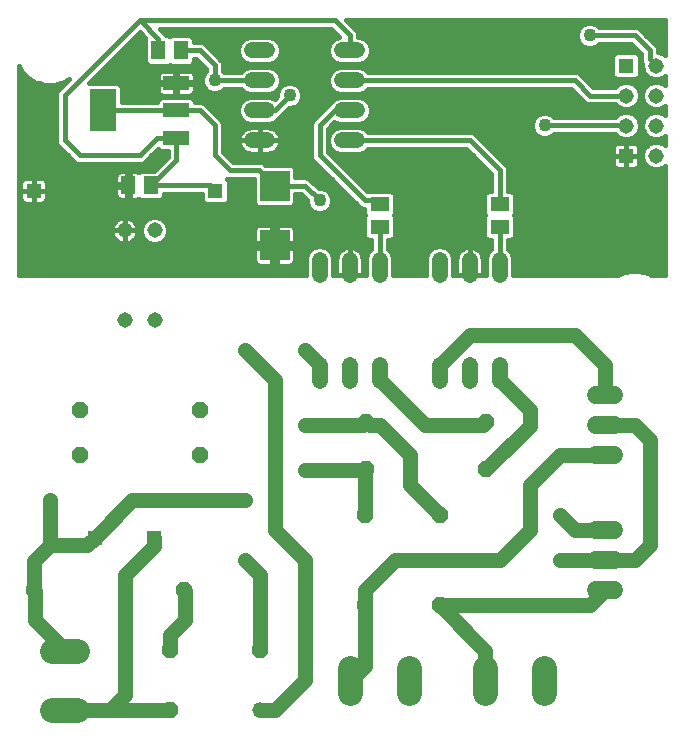
<source format=gbl>
G75*
%MOIN*%
%OFA0B0*%
%FSLAX25Y25*%
%IPPOS*%
%LPD*%
%AMOC8*
5,1,8,0,0,1.08239X$1,22.5*
%
%ADD10C,0.05200*%
%ADD11OC8,0.05200*%
%ADD12OC8,0.05600*%
%ADD13R,0.05150X0.05150*%
%ADD14C,0.05200*%
%ADD15C,0.05150*%
%ADD16R,0.05118X0.06299*%
%ADD17R,0.06299X0.05118*%
%ADD18R,0.08800X0.04800*%
%ADD19R,0.08661X0.14173*%
%ADD20R,0.05118X0.05906*%
%ADD21C,0.08250*%
%ADD22R,0.09843X0.10039*%
%ADD23C,0.06000*%
%ADD24C,0.05000*%
%ADD25C,0.04356*%
%ADD26C,0.01600*%
D10*
X0086800Y0015508D03*
D11*
X0086800Y0035508D03*
X0061485Y0055586D03*
X0056800Y0035508D03*
X0056800Y0015508D03*
X0011485Y0055586D03*
X0026800Y0100508D03*
X0026800Y0115508D03*
X0066800Y0115508D03*
X0066800Y0100508D03*
X0122430Y0095980D03*
X0122351Y0111689D03*
X0162351Y0111689D03*
X0162430Y0095980D03*
D12*
X0146800Y0080508D03*
X0121800Y0080508D03*
X0121800Y0050508D03*
X0146800Y0050508D03*
D13*
X0051643Y0073027D03*
X0031957Y0073027D03*
X0011485Y0188775D03*
X0072115Y0188775D03*
X0208995Y0200449D03*
X0208995Y0230449D03*
D14*
X0166800Y0165708D02*
X0166800Y0160508D01*
X0156800Y0160508D02*
X0156800Y0165708D01*
X0146800Y0165708D02*
X0146800Y0160508D01*
X0126800Y0160508D02*
X0126800Y0165708D01*
X0116800Y0165708D02*
X0116800Y0160508D01*
X0106800Y0160508D02*
X0106800Y0165708D01*
X0106800Y0130508D02*
X0106800Y0125308D01*
X0116800Y0125308D02*
X0116800Y0130508D01*
X0126800Y0130508D02*
X0126800Y0125308D01*
X0146800Y0125308D02*
X0146800Y0130508D01*
X0156800Y0130508D02*
X0156800Y0125308D01*
X0166800Y0125308D02*
X0166800Y0130508D01*
X0119400Y0205508D02*
X0114200Y0205508D01*
X0114200Y0215508D02*
X0119400Y0215508D01*
X0119400Y0225508D02*
X0114200Y0225508D01*
X0114200Y0235508D02*
X0119400Y0235508D01*
X0089400Y0235508D02*
X0084200Y0235508D01*
X0084200Y0225508D02*
X0089400Y0225508D01*
X0089400Y0215508D02*
X0084200Y0215508D01*
X0084200Y0205508D02*
X0089400Y0205508D01*
D15*
X0051800Y0175508D03*
X0041800Y0175508D03*
X0041800Y0145508D03*
X0051800Y0145508D03*
X0208995Y0210449D03*
X0208995Y0220449D03*
X0218995Y0220449D03*
X0218995Y0230449D03*
X0218995Y0210449D03*
X0218995Y0200449D03*
D16*
X0060540Y0235508D03*
X0053060Y0235508D03*
D17*
X0126800Y0184248D03*
X0126800Y0176767D03*
X0166800Y0176767D03*
X0166800Y0184248D03*
D18*
X0059000Y0206408D03*
X0059000Y0215508D03*
X0059000Y0224608D03*
D19*
X0034599Y0215508D03*
D20*
X0043060Y0190508D03*
X0050540Y0190508D03*
D21*
X0025925Y0015665D02*
X0017675Y0015665D01*
X0017675Y0035350D02*
X0025925Y0035350D01*
X0116957Y0029633D02*
X0116957Y0021383D01*
X0136643Y0021383D02*
X0136643Y0029633D01*
X0161957Y0029633D02*
X0161957Y0021383D01*
X0181643Y0021383D02*
X0181643Y0029633D01*
D22*
X0091800Y0170567D03*
X0091800Y0190449D03*
D23*
X0198800Y0120508D02*
X0204800Y0120508D01*
X0204800Y0110508D02*
X0198800Y0110508D01*
X0198800Y0100508D02*
X0204800Y0100508D01*
X0204800Y0075508D02*
X0198800Y0075508D01*
X0198800Y0065508D02*
X0204800Y0065508D01*
X0204800Y0055508D02*
X0198800Y0055508D01*
D24*
X0201800Y0055508D02*
X0196800Y0050508D01*
X0146800Y0050508D01*
X0161957Y0035350D01*
X0161957Y0025508D01*
X0166800Y0065508D02*
X0131800Y0065508D01*
X0121800Y0055508D01*
X0121800Y0050508D01*
X0121800Y0030350D01*
X0116957Y0025508D01*
X0101800Y0025508D02*
X0101800Y0065508D01*
X0091800Y0075508D01*
X0091800Y0125508D01*
X0081800Y0135508D01*
X0101800Y0135508D02*
X0106800Y0130508D01*
X0122351Y0111689D02*
X0123532Y0110508D01*
X0126800Y0110508D01*
X0136800Y0100508D01*
X0136800Y0090508D01*
X0146800Y0080508D01*
X0162430Y0095980D02*
X0176800Y0110350D01*
X0176800Y0115508D01*
X0166800Y0125508D01*
X0166800Y0130508D01*
X0156800Y0140508D02*
X0191800Y0140508D01*
X0201800Y0130508D01*
X0201800Y0120508D01*
X0201800Y0110508D02*
X0211800Y0110508D01*
X0216800Y0105508D01*
X0216800Y0070508D01*
X0211800Y0065508D01*
X0201800Y0065508D01*
X0186800Y0065508D01*
X0191800Y0075508D02*
X0201800Y0075508D01*
X0191800Y0075508D02*
X0186800Y0080508D01*
X0176800Y0075508D02*
X0176800Y0090508D01*
X0186800Y0100508D01*
X0201800Y0100508D01*
X0176800Y0075508D02*
X0166800Y0065508D01*
X0161170Y0110508D02*
X0141800Y0110508D01*
X0126800Y0125508D01*
X0126800Y0130508D01*
X0122351Y0111689D02*
X0121170Y0110508D01*
X0101800Y0110508D01*
X0101800Y0095508D02*
X0121800Y0095508D01*
X0121800Y0080508D01*
X0121957Y0095508D02*
X0121800Y0095508D01*
X0121957Y0095508D02*
X0122430Y0095980D01*
X0146800Y0130508D02*
X0156800Y0140508D01*
X0162351Y0111689D02*
X0161170Y0110508D01*
X0086800Y0060508D02*
X0086800Y0035508D01*
X0101800Y0025508D02*
X0091800Y0015508D01*
X0086800Y0015508D01*
X0061800Y0045508D02*
X0061800Y0055271D01*
X0061485Y0055586D01*
X0061800Y0045508D02*
X0056800Y0040508D01*
X0056800Y0035508D01*
X0041800Y0020665D02*
X0036800Y0015665D01*
X0056643Y0015665D01*
X0056800Y0015508D01*
X0041800Y0020665D02*
X0041800Y0060508D01*
X0051643Y0070350D01*
X0051643Y0073027D01*
X0044438Y0085508D02*
X0031957Y0073027D01*
X0029438Y0070508D01*
X0016800Y0070508D01*
X0016800Y0085508D01*
X0016800Y0070508D02*
X0011485Y0065193D01*
X0011485Y0055586D01*
X0011800Y0055271D01*
X0011800Y0045508D01*
X0021800Y0035508D01*
X0021800Y0035350D01*
X0021800Y0015665D02*
X0036800Y0015665D01*
X0081800Y0065508D02*
X0086800Y0060508D01*
X0081800Y0085508D02*
X0044438Y0085508D01*
D25*
X0016800Y0085508D03*
X0081800Y0085508D03*
X0081800Y0065508D03*
X0101800Y0095508D03*
X0101800Y0110508D03*
X0101800Y0135508D03*
X0081800Y0135508D03*
X0106800Y0185508D03*
X0096800Y0220508D03*
X0071800Y0225508D03*
X0181800Y0210508D03*
X0196800Y0240508D03*
X0186800Y0080508D03*
X0186800Y0065508D03*
D26*
X0171400Y0160508D02*
X0171400Y0166623D01*
X0170700Y0168313D01*
X0169600Y0169413D01*
X0169600Y0172208D01*
X0170778Y0172208D01*
X0171950Y0173380D01*
X0171950Y0180155D01*
X0171597Y0180508D01*
X0171950Y0180860D01*
X0171950Y0187635D01*
X0170778Y0188807D01*
X0169600Y0188807D01*
X0169600Y0196065D01*
X0169174Y0197094D01*
X0168386Y0197881D01*
X0158386Y0207881D01*
X0157357Y0208308D01*
X0123105Y0208308D01*
X0122006Y0209407D01*
X0120315Y0210108D01*
X0113285Y0210108D01*
X0111594Y0209407D01*
X0110300Y0208113D01*
X0109600Y0206423D01*
X0109600Y0204593D01*
X0110300Y0202902D01*
X0111594Y0201608D01*
X0113285Y0200908D01*
X0120315Y0200908D01*
X0122006Y0201608D01*
X0123105Y0202708D01*
X0155640Y0202708D01*
X0164000Y0194348D01*
X0164000Y0188807D01*
X0162822Y0188807D01*
X0161650Y0187635D01*
X0161650Y0180860D01*
X0162003Y0180508D01*
X0161650Y0180155D01*
X0161650Y0173380D01*
X0162822Y0172208D01*
X0164000Y0172208D01*
X0164000Y0169413D01*
X0162900Y0168313D01*
X0162200Y0166623D01*
X0162200Y0160508D01*
X0156800Y0160508D01*
X0156800Y0170108D01*
X0156454Y0170108D01*
X0155770Y0169999D01*
X0155111Y0169785D01*
X0154494Y0169471D01*
X0153934Y0169064D01*
X0153444Y0168574D01*
X0153037Y0168014D01*
X0152722Y0167397D01*
X0152508Y0166738D01*
X0152400Y0166054D01*
X0152400Y0160508D01*
X0156800Y0160508D01*
X0156800Y0160508D01*
X0156800Y0170108D01*
X0157146Y0170108D01*
X0157830Y0169999D01*
X0158489Y0169785D01*
X0159106Y0169471D01*
X0159666Y0169064D01*
X0160156Y0168574D01*
X0160563Y0168014D01*
X0160878Y0167397D01*
X0161092Y0166738D01*
X0161200Y0166054D01*
X0161200Y0160508D01*
X0156800Y0160508D01*
X0156800Y0160508D01*
X0156800Y0160508D01*
X0151400Y0160508D01*
X0151400Y0166623D01*
X0150700Y0168313D01*
X0149406Y0169607D01*
X0147715Y0170308D01*
X0145885Y0170308D01*
X0144194Y0169607D01*
X0142900Y0168313D01*
X0142200Y0166623D01*
X0142200Y0160508D01*
X0131400Y0160508D01*
X0131400Y0166623D01*
X0130700Y0168313D01*
X0129600Y0169413D01*
X0129600Y0172208D01*
X0130778Y0172208D01*
X0131950Y0173380D01*
X0131950Y0180155D01*
X0131597Y0180508D01*
X0131950Y0180860D01*
X0131950Y0187635D01*
X0130778Y0188807D01*
X0122822Y0188807D01*
X0122641Y0188626D01*
X0109600Y0201667D01*
X0109600Y0209348D01*
X0111782Y0211530D01*
X0113285Y0210908D01*
X0120315Y0210908D01*
X0122006Y0211608D01*
X0123300Y0212902D01*
X0124000Y0214593D01*
X0124000Y0216423D01*
X0123300Y0218113D01*
X0122006Y0219407D01*
X0120315Y0220108D01*
X0113285Y0220108D01*
X0111594Y0219407D01*
X0110300Y0218113D01*
X0110197Y0217865D01*
X0105214Y0212881D01*
X0104426Y0212094D01*
X0104000Y0211065D01*
X0104000Y0199951D01*
X0104426Y0198922D01*
X0119426Y0183922D01*
X0120214Y0183134D01*
X0121243Y0182708D01*
X0121650Y0182708D01*
X0121650Y0180860D01*
X0122003Y0180508D01*
X0121650Y0180155D01*
X0121650Y0173380D01*
X0122822Y0172208D01*
X0124000Y0172208D01*
X0124000Y0169413D01*
X0122900Y0168313D01*
X0122200Y0166623D01*
X0122200Y0160508D01*
X0116800Y0160508D01*
X0116800Y0170108D01*
X0116454Y0170108D01*
X0115770Y0169999D01*
X0115111Y0169785D01*
X0114494Y0169471D01*
X0113934Y0169064D01*
X0113444Y0168574D01*
X0113037Y0168014D01*
X0112722Y0167397D01*
X0112508Y0166738D01*
X0112400Y0166054D01*
X0112400Y0160508D01*
X0116800Y0160508D01*
X0116800Y0160508D01*
X0116800Y0170108D01*
X0117146Y0170108D01*
X0117830Y0169999D01*
X0118489Y0169785D01*
X0119106Y0169471D01*
X0119666Y0169064D01*
X0120156Y0168574D01*
X0120563Y0168014D01*
X0120878Y0167397D01*
X0121092Y0166738D01*
X0121200Y0166054D01*
X0121200Y0160508D01*
X0116800Y0160508D01*
X0116800Y0160508D01*
X0116800Y0160508D01*
X0111400Y0160508D01*
X0111400Y0166623D01*
X0110700Y0168313D01*
X0109406Y0169607D01*
X0107715Y0170308D01*
X0105885Y0170308D01*
X0104194Y0169607D01*
X0102900Y0168313D01*
X0102200Y0166623D01*
X0102200Y0160508D01*
X0006521Y0160508D01*
X0006521Y0230325D01*
X0007603Y0228451D01*
X0009743Y0226311D01*
X0012364Y0224798D01*
X0015287Y0224015D01*
X0018313Y0224015D01*
X0021236Y0224798D01*
X0023352Y0226020D01*
X0020214Y0222881D01*
X0019426Y0222094D01*
X0019000Y0221065D01*
X0019000Y0204951D01*
X0019426Y0203922D01*
X0020214Y0203134D01*
X0025214Y0198134D01*
X0026243Y0197708D01*
X0047357Y0197708D01*
X0048386Y0198134D01*
X0049174Y0198922D01*
X0053016Y0202763D01*
X0053772Y0202008D01*
X0056200Y0202008D01*
X0056200Y0200127D01*
X0051533Y0195460D01*
X0047153Y0195460D01*
X0046641Y0194949D01*
X0046314Y0195138D01*
X0045856Y0195260D01*
X0043539Y0195260D01*
X0043539Y0190987D01*
X0042580Y0190987D01*
X0042580Y0190028D01*
X0038701Y0190028D01*
X0038701Y0187318D01*
X0038823Y0186860D01*
X0039060Y0186450D01*
X0039396Y0186114D01*
X0039806Y0185877D01*
X0040264Y0185755D01*
X0042580Y0185755D01*
X0042580Y0190028D01*
X0043539Y0190028D01*
X0043539Y0185755D01*
X0045856Y0185755D01*
X0046314Y0185877D01*
X0046641Y0186066D01*
X0047153Y0185555D01*
X0053928Y0185555D01*
X0055099Y0186726D01*
X0055099Y0187708D01*
X0067540Y0187708D01*
X0067540Y0185372D01*
X0068712Y0184200D01*
X0075518Y0184200D01*
X0076690Y0185372D01*
X0076690Y0192179D01*
X0076102Y0192766D01*
X0076243Y0192708D01*
X0084879Y0192708D01*
X0084879Y0184600D01*
X0086050Y0183429D01*
X0097550Y0183429D01*
X0098721Y0184600D01*
X0098721Y0187649D01*
X0100699Y0187649D01*
X0102622Y0185726D01*
X0102622Y0184677D01*
X0103258Y0183141D01*
X0104433Y0181966D01*
X0105969Y0181330D01*
X0107631Y0181330D01*
X0109167Y0181966D01*
X0110342Y0183141D01*
X0110978Y0184677D01*
X0110978Y0186339D01*
X0110342Y0187874D01*
X0109167Y0189049D01*
X0107631Y0189686D01*
X0106582Y0189686D01*
X0103445Y0192822D01*
X0102416Y0193249D01*
X0098721Y0193249D01*
X0098721Y0196297D01*
X0097550Y0197468D01*
X0088740Y0197468D01*
X0088327Y0197881D01*
X0087298Y0198308D01*
X0077960Y0198308D01*
X0074600Y0201667D01*
X0074600Y0211065D01*
X0074174Y0212094D01*
X0073386Y0212881D01*
X0068386Y0217881D01*
X0067357Y0218308D01*
X0065400Y0218308D01*
X0065400Y0218736D01*
X0064228Y0219908D01*
X0053772Y0219908D01*
X0052600Y0218736D01*
X0052600Y0218308D01*
X0040930Y0218308D01*
X0040930Y0223423D01*
X0039758Y0224594D01*
X0029846Y0224594D01*
X0046800Y0241548D01*
X0048681Y0239666D01*
X0048501Y0239486D01*
X0048501Y0231530D01*
X0049672Y0230358D01*
X0056447Y0230358D01*
X0056800Y0230711D01*
X0057153Y0230358D01*
X0063928Y0230358D01*
X0065099Y0231530D01*
X0065099Y0232708D01*
X0065640Y0232708D01*
X0069000Y0229348D01*
X0069000Y0228616D01*
X0068258Y0227874D01*
X0067622Y0226339D01*
X0067622Y0224677D01*
X0068258Y0223141D01*
X0069433Y0221966D01*
X0070969Y0221330D01*
X0072631Y0221330D01*
X0074167Y0221966D01*
X0074909Y0222708D01*
X0080495Y0222708D01*
X0081594Y0221608D01*
X0083285Y0220908D01*
X0090315Y0220908D01*
X0092006Y0221608D01*
X0093248Y0222851D01*
X0092622Y0221339D01*
X0092622Y0220289D01*
X0091818Y0219485D01*
X0090315Y0220108D01*
X0083285Y0220108D01*
X0081594Y0219407D01*
X0080300Y0218113D01*
X0079600Y0216423D01*
X0079600Y0214593D01*
X0080300Y0212902D01*
X0081594Y0211608D01*
X0083285Y0210908D01*
X0090315Y0210908D01*
X0092006Y0211608D01*
X0093300Y0212902D01*
X0093403Y0213150D01*
X0096582Y0216330D01*
X0097631Y0216330D01*
X0099167Y0216966D01*
X0100342Y0218141D01*
X0100978Y0219677D01*
X0100978Y0221339D01*
X0100342Y0222874D01*
X0099167Y0224049D01*
X0097631Y0224686D01*
X0095969Y0224686D01*
X0094433Y0224049D01*
X0093309Y0222926D01*
X0094000Y0224593D01*
X0094000Y0226423D01*
X0093300Y0228113D01*
X0092006Y0229407D01*
X0090315Y0230108D01*
X0083285Y0230108D01*
X0081594Y0229407D01*
X0080495Y0228308D01*
X0074909Y0228308D01*
X0074600Y0228616D01*
X0074600Y0231065D01*
X0074174Y0232094D01*
X0068386Y0237881D01*
X0067357Y0238308D01*
X0065099Y0238308D01*
X0065099Y0239486D01*
X0063928Y0240657D01*
X0057153Y0240657D01*
X0056800Y0240304D01*
X0056447Y0240657D01*
X0055507Y0240657D01*
X0055434Y0240834D01*
X0053560Y0242708D01*
X0110640Y0242708D01*
X0113253Y0240094D01*
X0111594Y0239407D01*
X0110300Y0238113D01*
X0109600Y0236423D01*
X0109600Y0234593D01*
X0110300Y0232902D01*
X0111594Y0231608D01*
X0113285Y0230908D01*
X0120315Y0230908D01*
X0122006Y0231608D01*
X0123300Y0232902D01*
X0124000Y0234593D01*
X0124000Y0236423D01*
X0123300Y0238113D01*
X0122006Y0239407D01*
X0120315Y0240108D01*
X0119600Y0240108D01*
X0119600Y0241065D01*
X0119174Y0242094D01*
X0115579Y0245688D01*
X0222000Y0245707D01*
X0222000Y0233913D01*
X0221586Y0234327D01*
X0219905Y0235023D01*
X0219600Y0235023D01*
X0219600Y0236065D01*
X0219174Y0237094D01*
X0218386Y0237881D01*
X0213386Y0242881D01*
X0212357Y0243308D01*
X0199909Y0243308D01*
X0199167Y0244049D01*
X0197631Y0244686D01*
X0195969Y0244686D01*
X0194433Y0244049D01*
X0193258Y0242874D01*
X0192622Y0241339D01*
X0192622Y0239677D01*
X0193258Y0238141D01*
X0194433Y0236966D01*
X0195969Y0236330D01*
X0197631Y0236330D01*
X0199167Y0236966D01*
X0199909Y0237708D01*
X0210640Y0237708D01*
X0214000Y0234348D01*
X0214000Y0232086D01*
X0214420Y0231072D01*
X0214420Y0229539D01*
X0215117Y0227857D01*
X0216403Y0226570D01*
X0218085Y0225874D01*
X0219905Y0225874D01*
X0221586Y0226570D01*
X0222000Y0226984D01*
X0222000Y0223913D01*
X0221586Y0224327D01*
X0219905Y0225023D01*
X0218085Y0225023D01*
X0216403Y0224327D01*
X0215117Y0223040D01*
X0214420Y0221359D01*
X0214420Y0219539D01*
X0215117Y0217857D01*
X0216403Y0216570D01*
X0218085Y0215874D01*
X0219905Y0215874D01*
X0221586Y0216570D01*
X0222000Y0216984D01*
X0222000Y0213913D01*
X0221586Y0214327D01*
X0219905Y0215023D01*
X0218085Y0215023D01*
X0216403Y0214327D01*
X0215117Y0213040D01*
X0214420Y0211359D01*
X0214420Y0209539D01*
X0215117Y0207857D01*
X0216403Y0206570D01*
X0218085Y0205874D01*
X0219905Y0205874D01*
X0221586Y0206570D01*
X0222000Y0206984D01*
X0222000Y0203913D01*
X0221586Y0204327D01*
X0219905Y0205023D01*
X0218085Y0205023D01*
X0216403Y0204327D01*
X0215117Y0203040D01*
X0214420Y0201359D01*
X0214420Y0199539D01*
X0215117Y0197857D01*
X0216403Y0196570D01*
X0218085Y0195874D01*
X0219905Y0195874D01*
X0221586Y0196570D01*
X0222000Y0196984D01*
X0222000Y0160508D01*
X0217465Y0160508D01*
X0216236Y0161217D01*
X0213313Y0162000D01*
X0210287Y0162000D01*
X0207364Y0161217D01*
X0206135Y0160508D01*
X0171400Y0160508D01*
X0171400Y0160563D02*
X0206231Y0160563D01*
X0217369Y0160563D02*
X0222000Y0160563D01*
X0222000Y0162162D02*
X0171400Y0162162D01*
X0171400Y0163760D02*
X0222000Y0163760D01*
X0222000Y0165359D02*
X0171400Y0165359D01*
X0171261Y0166957D02*
X0222000Y0166957D01*
X0222000Y0168556D02*
X0170457Y0168556D01*
X0169600Y0170154D02*
X0222000Y0170154D01*
X0222000Y0171753D02*
X0169600Y0171753D01*
X0171921Y0173351D02*
X0222000Y0173351D01*
X0222000Y0174950D02*
X0171950Y0174950D01*
X0171950Y0176548D02*
X0222000Y0176548D01*
X0222000Y0178147D02*
X0171950Y0178147D01*
X0171950Y0179745D02*
X0222000Y0179745D01*
X0222000Y0181344D02*
X0171950Y0181344D01*
X0171950Y0182942D02*
X0222000Y0182942D01*
X0222000Y0184541D02*
X0171950Y0184541D01*
X0171950Y0186139D02*
X0222000Y0186139D01*
X0222000Y0187738D02*
X0171847Y0187738D01*
X0169600Y0189336D02*
X0222000Y0189336D01*
X0222000Y0190935D02*
X0169600Y0190935D01*
X0169600Y0192533D02*
X0222000Y0192533D01*
X0222000Y0194132D02*
X0169600Y0194132D01*
X0169600Y0195730D02*
X0222000Y0195730D01*
X0215645Y0197329D02*
X0213287Y0197329D01*
X0213247Y0197179D02*
X0213370Y0197637D01*
X0213370Y0200448D01*
X0208995Y0200448D01*
X0208995Y0196074D01*
X0211807Y0196074D01*
X0212264Y0196196D01*
X0212675Y0196433D01*
X0213010Y0196768D01*
X0213247Y0197179D01*
X0213370Y0198927D02*
X0214673Y0198927D01*
X0214420Y0200526D02*
X0213370Y0200526D01*
X0213370Y0200449D02*
X0213370Y0203260D01*
X0213247Y0203718D01*
X0213010Y0204129D01*
X0212675Y0204464D01*
X0212264Y0204701D01*
X0211807Y0204823D01*
X0208995Y0204823D01*
X0208995Y0200449D01*
X0208995Y0200449D01*
X0208995Y0204823D01*
X0206183Y0204823D01*
X0205725Y0204701D01*
X0205315Y0204464D01*
X0204980Y0204129D01*
X0204743Y0203718D01*
X0204620Y0203260D01*
X0204620Y0200449D01*
X0208995Y0200449D01*
X0213370Y0200449D01*
X0213370Y0202124D02*
X0214737Y0202124D01*
X0215800Y0203723D02*
X0213244Y0203723D01*
X0211586Y0206570D02*
X0212873Y0207857D01*
X0213570Y0209539D01*
X0213570Y0211359D01*
X0212873Y0213040D01*
X0211586Y0214327D01*
X0209905Y0215023D01*
X0208085Y0215023D01*
X0206403Y0214327D01*
X0205384Y0213308D01*
X0184909Y0213308D01*
X0184167Y0214049D01*
X0182631Y0214686D01*
X0180969Y0214686D01*
X0179433Y0214049D01*
X0178258Y0212874D01*
X0177622Y0211339D01*
X0177622Y0209677D01*
X0178258Y0208141D01*
X0179433Y0206966D01*
X0180969Y0206330D01*
X0182631Y0206330D01*
X0184167Y0206966D01*
X0184909Y0207708D01*
X0205266Y0207708D01*
X0206403Y0206570D01*
X0208085Y0205874D01*
X0209905Y0205874D01*
X0211586Y0206570D01*
X0211936Y0206920D02*
X0216054Y0206920D01*
X0214843Y0208519D02*
X0213147Y0208519D01*
X0213570Y0210117D02*
X0214420Y0210117D01*
X0214568Y0211716D02*
X0213422Y0211716D01*
X0212599Y0213314D02*
X0215391Y0213314D01*
X0217818Y0214913D02*
X0210172Y0214913D01*
X0209905Y0215874D02*
X0211586Y0216570D01*
X0212873Y0217857D01*
X0213570Y0219539D01*
X0213570Y0221359D01*
X0212873Y0223040D01*
X0211586Y0224327D01*
X0209905Y0225023D01*
X0208085Y0225023D01*
X0206403Y0224327D01*
X0205325Y0223249D01*
X0198019Y0223249D01*
X0194174Y0227094D01*
X0193386Y0227881D01*
X0192357Y0228308D01*
X0123105Y0228308D01*
X0122006Y0229407D01*
X0120315Y0230108D01*
X0113285Y0230108D01*
X0111594Y0229407D01*
X0110300Y0228113D01*
X0109600Y0226423D01*
X0109600Y0224593D01*
X0110300Y0222902D01*
X0111594Y0221608D01*
X0113285Y0220908D01*
X0120315Y0220908D01*
X0122006Y0221608D01*
X0123105Y0222708D01*
X0190640Y0222708D01*
X0195273Y0218075D01*
X0196302Y0217649D01*
X0205325Y0217649D01*
X0206403Y0216570D01*
X0208085Y0215874D01*
X0209905Y0215874D01*
X0211444Y0216511D02*
X0216546Y0216511D01*
X0215012Y0218110D02*
X0212978Y0218110D01*
X0213570Y0219708D02*
X0214420Y0219708D01*
X0214420Y0221307D02*
X0213570Y0221307D01*
X0212929Y0222905D02*
X0215061Y0222905D01*
X0216830Y0224504D02*
X0211159Y0224504D01*
X0212398Y0225874D02*
X0213570Y0227045D01*
X0213570Y0233852D01*
X0212398Y0235023D01*
X0205592Y0235023D01*
X0204420Y0233852D01*
X0204420Y0227045D01*
X0205592Y0225874D01*
X0212398Y0225874D01*
X0212627Y0226102D02*
X0217533Y0226102D01*
X0215273Y0227701D02*
X0213570Y0227701D01*
X0213570Y0229299D02*
X0214519Y0229299D01*
X0214420Y0230898D02*
X0213570Y0230898D01*
X0213570Y0232496D02*
X0214000Y0232496D01*
X0214000Y0234095D02*
X0213327Y0234095D01*
X0212655Y0235693D02*
X0124000Y0235693D01*
X0123794Y0234095D02*
X0204663Y0234095D01*
X0204420Y0232496D02*
X0122894Y0232496D01*
X0123640Y0237292D02*
X0194107Y0237292D01*
X0192948Y0238890D02*
X0122523Y0238890D01*
X0119600Y0240489D02*
X0192622Y0240489D01*
X0192932Y0242087D02*
X0119176Y0242087D01*
X0117582Y0243686D02*
X0194070Y0243686D01*
X0196800Y0240508D02*
X0211800Y0240508D01*
X0216800Y0235508D01*
X0216800Y0232643D01*
X0218995Y0230449D01*
X0220456Y0226102D02*
X0222000Y0226102D01*
X0222000Y0224504D02*
X0221159Y0224504D01*
X0221444Y0216511D02*
X0222000Y0216511D01*
X0222000Y0214913D02*
X0220172Y0214913D01*
X0221936Y0206920D02*
X0222000Y0206920D01*
X0222000Y0205321D02*
X0160946Y0205321D01*
X0162544Y0203723D02*
X0204746Y0203723D01*
X0204620Y0202124D02*
X0164143Y0202124D01*
X0165741Y0200526D02*
X0204620Y0200526D01*
X0204620Y0200448D02*
X0204620Y0197637D01*
X0204743Y0197179D01*
X0204980Y0196768D01*
X0205315Y0196433D01*
X0205725Y0196196D01*
X0206183Y0196074D01*
X0208995Y0196074D01*
X0208995Y0200448D01*
X0208995Y0200448D01*
X0208995Y0200449D01*
X0208995Y0200448D01*
X0204620Y0200448D01*
X0204620Y0198927D02*
X0167340Y0198927D01*
X0168938Y0197329D02*
X0204703Y0197329D01*
X0208995Y0197329D02*
X0208995Y0197329D01*
X0208995Y0198927D02*
X0208995Y0198927D01*
X0208995Y0200526D02*
X0208995Y0200526D01*
X0208995Y0202124D02*
X0208995Y0202124D01*
X0208995Y0203723D02*
X0208995Y0203723D01*
X0206054Y0206920D02*
X0184056Y0206920D01*
X0179544Y0206920D02*
X0159347Y0206920D01*
X0156800Y0205508D02*
X0166800Y0195508D01*
X0166800Y0184248D01*
X0161650Y0184541D02*
X0131950Y0184541D01*
X0131950Y0186139D02*
X0161650Y0186139D01*
X0161753Y0187738D02*
X0131847Y0187738D01*
X0131950Y0182942D02*
X0161650Y0182942D01*
X0161650Y0181344D02*
X0131950Y0181344D01*
X0131950Y0179745D02*
X0161650Y0179745D01*
X0161650Y0178147D02*
X0131950Y0178147D01*
X0131950Y0176548D02*
X0161650Y0176548D01*
X0161650Y0174950D02*
X0131950Y0174950D01*
X0131921Y0173351D02*
X0161679Y0173351D01*
X0164000Y0171753D02*
X0129600Y0171753D01*
X0129600Y0170154D02*
X0145515Y0170154D01*
X0148085Y0170154D02*
X0164000Y0170154D01*
X0163143Y0168556D02*
X0160169Y0168556D01*
X0161020Y0166957D02*
X0162339Y0166957D01*
X0162200Y0165359D02*
X0161200Y0165359D01*
X0161200Y0163760D02*
X0162200Y0163760D01*
X0162200Y0162162D02*
X0161200Y0162162D01*
X0161200Y0160563D02*
X0162200Y0160563D01*
X0166800Y0160508D02*
X0166800Y0176767D01*
X0156800Y0168556D02*
X0156800Y0168556D01*
X0156800Y0166957D02*
X0156800Y0166957D01*
X0156800Y0165359D02*
X0156800Y0165359D01*
X0156800Y0163760D02*
X0156800Y0163760D01*
X0156800Y0162162D02*
X0156800Y0162162D01*
X0156800Y0160563D02*
X0156800Y0160563D01*
X0152400Y0160563D02*
X0151400Y0160563D01*
X0151400Y0162162D02*
X0152400Y0162162D01*
X0152400Y0163760D02*
X0151400Y0163760D01*
X0151400Y0165359D02*
X0152400Y0165359D01*
X0152580Y0166957D02*
X0151261Y0166957D01*
X0150457Y0168556D02*
X0153431Y0168556D01*
X0143143Y0168556D02*
X0130457Y0168556D01*
X0131261Y0166957D02*
X0142339Y0166957D01*
X0142200Y0165359D02*
X0131400Y0165359D01*
X0131400Y0163760D02*
X0142200Y0163760D01*
X0142200Y0162162D02*
X0131400Y0162162D01*
X0131400Y0160563D02*
X0142200Y0160563D01*
X0126800Y0160508D02*
X0126800Y0176767D01*
X0124000Y0171753D02*
X0098521Y0171753D01*
X0098521Y0171367D02*
X0098521Y0175823D01*
X0098399Y0176281D01*
X0098162Y0176692D01*
X0097826Y0177027D01*
X0097416Y0177264D01*
X0096958Y0177386D01*
X0092600Y0177386D01*
X0092600Y0171367D01*
X0091000Y0171367D01*
X0091000Y0177386D01*
X0086642Y0177386D01*
X0086184Y0177264D01*
X0085774Y0177027D01*
X0085438Y0176692D01*
X0085201Y0176281D01*
X0085079Y0175823D01*
X0085079Y0171367D01*
X0091000Y0171367D01*
X0091000Y0169767D01*
X0085079Y0169767D01*
X0085079Y0165310D01*
X0085201Y0164852D01*
X0085438Y0164442D01*
X0085774Y0164107D01*
X0086184Y0163870D01*
X0086642Y0163747D01*
X0091000Y0163747D01*
X0091000Y0169767D01*
X0092600Y0169767D01*
X0092600Y0171367D01*
X0098521Y0171367D01*
X0098521Y0169767D02*
X0092600Y0169767D01*
X0092600Y0163747D01*
X0096958Y0163747D01*
X0097416Y0163870D01*
X0097826Y0164107D01*
X0098162Y0164442D01*
X0098399Y0164852D01*
X0098521Y0165310D01*
X0098521Y0169767D01*
X0098521Y0168556D02*
X0103143Y0168556D01*
X0102339Y0166957D02*
X0098521Y0166957D01*
X0098521Y0165359D02*
X0102200Y0165359D01*
X0102200Y0163760D02*
X0097008Y0163760D01*
X0092600Y0163760D02*
X0091000Y0163760D01*
X0091000Y0165359D02*
X0092600Y0165359D01*
X0092600Y0166957D02*
X0091000Y0166957D01*
X0091000Y0168556D02*
X0092600Y0168556D01*
X0092600Y0170154D02*
X0105515Y0170154D01*
X0108085Y0170154D02*
X0124000Y0170154D01*
X0123143Y0168556D02*
X0120169Y0168556D01*
X0121020Y0166957D02*
X0122339Y0166957D01*
X0122200Y0165359D02*
X0121200Y0165359D01*
X0121200Y0163760D02*
X0122200Y0163760D01*
X0122200Y0162162D02*
X0121200Y0162162D01*
X0121200Y0160563D02*
X0122200Y0160563D01*
X0116800Y0160563D02*
X0116800Y0160563D01*
X0116800Y0162162D02*
X0116800Y0162162D01*
X0116800Y0163760D02*
X0116800Y0163760D01*
X0116800Y0165359D02*
X0116800Y0165359D01*
X0116800Y0166957D02*
X0116800Y0166957D01*
X0116800Y0168556D02*
X0116800Y0168556D01*
X0113431Y0168556D02*
X0110457Y0168556D01*
X0111261Y0166957D02*
X0112580Y0166957D01*
X0112400Y0165359D02*
X0111400Y0165359D01*
X0111400Y0163760D02*
X0112400Y0163760D01*
X0112400Y0162162D02*
X0111400Y0162162D01*
X0111400Y0160563D02*
X0112400Y0160563D01*
X0102200Y0160563D02*
X0006521Y0160563D01*
X0006521Y0162162D02*
X0102200Y0162162D01*
X0098521Y0173351D02*
X0121679Y0173351D01*
X0121650Y0174950D02*
X0098521Y0174950D01*
X0098244Y0176548D02*
X0121650Y0176548D01*
X0121650Y0178147D02*
X0055631Y0178147D01*
X0055678Y0178099D02*
X0054391Y0179386D01*
X0052710Y0180082D01*
X0050890Y0180082D01*
X0049209Y0179386D01*
X0047922Y0178099D01*
X0047225Y0176418D01*
X0047225Y0174598D01*
X0047922Y0172916D01*
X0049209Y0171629D01*
X0050890Y0170933D01*
X0052710Y0170933D01*
X0054391Y0171629D01*
X0055678Y0172916D01*
X0056375Y0174598D01*
X0056375Y0176418D01*
X0055678Y0178099D01*
X0056321Y0176548D02*
X0085356Y0176548D01*
X0085079Y0174950D02*
X0056375Y0174950D01*
X0055859Y0173351D02*
X0085079Y0173351D01*
X0085079Y0171753D02*
X0054515Y0171753D01*
X0049085Y0171753D02*
X0044067Y0171753D01*
X0044093Y0171766D02*
X0044650Y0172171D01*
X0045137Y0172658D01*
X0045542Y0173215D01*
X0045854Y0173828D01*
X0046067Y0174483D01*
X0046175Y0175163D01*
X0046175Y0175508D01*
X0046175Y0175852D01*
X0046067Y0176532D01*
X0045854Y0177187D01*
X0045542Y0177800D01*
X0045137Y0178358D01*
X0044650Y0178844D01*
X0044093Y0179249D01*
X0043479Y0179562D01*
X0042824Y0179775D01*
X0042144Y0179882D01*
X0041800Y0179882D01*
X0041456Y0179882D01*
X0040776Y0179775D01*
X0040121Y0179562D01*
X0039507Y0179249D01*
X0038950Y0178844D01*
X0038463Y0178358D01*
X0038058Y0177800D01*
X0037746Y0177187D01*
X0037533Y0176532D01*
X0037425Y0175852D01*
X0037425Y0175508D01*
X0041800Y0175508D01*
X0041800Y0179882D01*
X0041800Y0175508D01*
X0041800Y0175508D01*
X0046175Y0175508D01*
X0041800Y0175508D01*
X0041800Y0175508D01*
X0041800Y0175508D01*
X0037425Y0175508D01*
X0037425Y0175163D01*
X0037533Y0174483D01*
X0037746Y0173828D01*
X0038058Y0173215D01*
X0038463Y0172658D01*
X0038950Y0172171D01*
X0039507Y0171766D01*
X0040121Y0171453D01*
X0040776Y0171241D01*
X0041456Y0171133D01*
X0041800Y0171133D01*
X0042144Y0171133D01*
X0042824Y0171241D01*
X0043479Y0171453D01*
X0044093Y0171766D01*
X0045611Y0173351D02*
X0047741Y0173351D01*
X0047225Y0174950D02*
X0046141Y0174950D01*
X0046062Y0176548D02*
X0047279Y0176548D01*
X0047969Y0178147D02*
X0045290Y0178147D01*
X0042915Y0179745D02*
X0050076Y0179745D01*
X0053524Y0179745D02*
X0121650Y0179745D01*
X0121650Y0181344D02*
X0107665Y0181344D01*
X0105935Y0181344D02*
X0006521Y0181344D01*
X0006521Y0182942D02*
X0103457Y0182942D01*
X0102678Y0184541D02*
X0098662Y0184541D01*
X0098721Y0186139D02*
X0102208Y0186139D01*
X0101859Y0190449D02*
X0106800Y0185508D01*
X0108474Y0189336D02*
X0114011Y0189336D01*
X0112413Y0190935D02*
X0105332Y0190935D01*
X0103734Y0192533D02*
X0110814Y0192533D01*
X0109216Y0194132D02*
X0098721Y0194132D01*
X0098721Y0195730D02*
X0107617Y0195730D01*
X0106019Y0197329D02*
X0097689Y0197329D01*
X0092756Y0202641D02*
X0093163Y0203201D01*
X0093478Y0203819D01*
X0093692Y0204477D01*
X0093800Y0205161D01*
X0093800Y0205508D01*
X0093800Y0205854D01*
X0093692Y0206538D01*
X0093478Y0207197D01*
X0093163Y0207814D01*
X0092756Y0208374D01*
X0092266Y0208864D01*
X0091706Y0209271D01*
X0091089Y0209585D01*
X0090430Y0209799D01*
X0089746Y0209908D01*
X0086800Y0209908D01*
X0083854Y0209908D01*
X0083170Y0209799D01*
X0082511Y0209585D01*
X0081894Y0209271D01*
X0081334Y0208864D01*
X0080844Y0208374D01*
X0080437Y0207814D01*
X0080122Y0207197D01*
X0079908Y0206538D01*
X0079800Y0205854D01*
X0079800Y0205508D01*
X0086800Y0205508D01*
X0086800Y0209908D01*
X0086800Y0205508D01*
X0086800Y0205508D01*
X0086800Y0205508D01*
X0093800Y0205508D01*
X0086800Y0205508D01*
X0086800Y0205508D01*
X0079800Y0205508D01*
X0079800Y0205161D01*
X0079908Y0204477D01*
X0080122Y0203819D01*
X0080437Y0203201D01*
X0080844Y0202641D01*
X0081334Y0202151D01*
X0081894Y0201744D01*
X0082511Y0201430D01*
X0083170Y0201216D01*
X0083854Y0201108D01*
X0086800Y0201108D01*
X0089746Y0201108D01*
X0090430Y0201216D01*
X0091089Y0201430D01*
X0091706Y0201744D01*
X0092266Y0202151D01*
X0092756Y0202641D01*
X0092229Y0202124D02*
X0104000Y0202124D01*
X0104000Y0200526D02*
X0075741Y0200526D01*
X0074600Y0202124D02*
X0081371Y0202124D01*
X0080171Y0203723D02*
X0074600Y0203723D01*
X0074600Y0205321D02*
X0079800Y0205321D01*
X0080032Y0206920D02*
X0074600Y0206920D01*
X0074600Y0208519D02*
X0080988Y0208519D01*
X0081487Y0211716D02*
X0074330Y0211716D01*
X0074600Y0210117D02*
X0104000Y0210117D01*
X0104000Y0208519D02*
X0092612Y0208519D01*
X0093568Y0206920D02*
X0104000Y0206920D01*
X0104000Y0205321D02*
X0093800Y0205321D01*
X0093429Y0203723D02*
X0104000Y0203723D01*
X0106800Y0200508D02*
X0121800Y0185508D01*
X0125540Y0185508D01*
X0126800Y0184248D01*
X0121931Y0189336D02*
X0164000Y0189336D01*
X0164000Y0190935D02*
X0120332Y0190935D01*
X0118734Y0192533D02*
X0164000Y0192533D01*
X0164000Y0194132D02*
X0117135Y0194132D01*
X0115537Y0195730D02*
X0162617Y0195730D01*
X0161019Y0197329D02*
X0113938Y0197329D01*
X0112340Y0198927D02*
X0159420Y0198927D01*
X0157822Y0200526D02*
X0110741Y0200526D01*
X0111078Y0202124D02*
X0109600Y0202124D01*
X0109600Y0203723D02*
X0109960Y0203723D01*
X0109600Y0205321D02*
X0109600Y0205321D01*
X0109600Y0206920D02*
X0109806Y0206920D01*
X0109600Y0208519D02*
X0110706Y0208519D01*
X0110369Y0210117D02*
X0177622Y0210117D01*
X0177778Y0211716D02*
X0122113Y0211716D01*
X0123470Y0213314D02*
X0178698Y0213314D01*
X0181800Y0210508D02*
X0208936Y0210508D01*
X0208995Y0210449D01*
X0205391Y0213314D02*
X0184902Y0213314D01*
X0178102Y0208519D02*
X0122894Y0208519D01*
X0122522Y0202124D02*
X0156223Y0202124D01*
X0156800Y0205508D02*
X0116800Y0205508D01*
X0116800Y0215508D02*
X0111800Y0215508D01*
X0106800Y0210508D01*
X0106800Y0200508D01*
X0104424Y0198927D02*
X0077340Y0198927D01*
X0076800Y0195508D02*
X0086741Y0195508D01*
X0091800Y0190449D01*
X0101859Y0190449D01*
X0110398Y0187738D02*
X0115610Y0187738D01*
X0117208Y0186139D02*
X0110978Y0186139D01*
X0110922Y0184541D02*
X0118807Y0184541D01*
X0120676Y0182942D02*
X0110143Y0182942D01*
X0092600Y0176548D02*
X0091000Y0176548D01*
X0091000Y0174950D02*
X0092600Y0174950D01*
X0092600Y0173351D02*
X0091000Y0173351D01*
X0091000Y0171753D02*
X0092600Y0171753D01*
X0091000Y0170154D02*
X0006521Y0170154D01*
X0006521Y0168556D02*
X0085079Y0168556D01*
X0085079Y0166957D02*
X0006521Y0166957D01*
X0006521Y0165359D02*
X0085079Y0165359D01*
X0086592Y0163760D02*
X0006521Y0163760D01*
X0006521Y0171753D02*
X0039533Y0171753D01*
X0037989Y0173351D02*
X0006521Y0173351D01*
X0006521Y0174950D02*
X0037459Y0174950D01*
X0037538Y0176548D02*
X0006521Y0176548D01*
X0006521Y0178147D02*
X0038310Y0178147D01*
X0040685Y0179745D02*
X0006521Y0179745D01*
X0006521Y0184541D02*
X0008185Y0184541D01*
X0008215Y0184523D02*
X0008673Y0184400D01*
X0011485Y0184400D01*
X0014297Y0184400D01*
X0014755Y0184523D01*
X0015165Y0184760D01*
X0015500Y0185095D01*
X0015737Y0185506D01*
X0015860Y0185964D01*
X0015860Y0188775D01*
X0011485Y0188775D01*
X0011485Y0188775D01*
X0011485Y0184400D01*
X0011485Y0188775D01*
X0007110Y0188775D01*
X0007110Y0185964D01*
X0007233Y0185506D01*
X0007470Y0185095D01*
X0007805Y0184760D01*
X0008215Y0184523D01*
X0007110Y0186139D02*
X0006521Y0186139D01*
X0006521Y0187738D02*
X0007110Y0187738D01*
X0007110Y0188775D02*
X0007110Y0191587D01*
X0007233Y0192045D01*
X0007470Y0192455D01*
X0007805Y0192790D01*
X0008215Y0193027D01*
X0008673Y0193150D01*
X0011485Y0193150D01*
X0011485Y0188775D01*
X0011485Y0188775D01*
X0011485Y0188775D01*
X0007110Y0188775D01*
X0007110Y0189336D02*
X0006521Y0189336D01*
X0006521Y0190935D02*
X0007110Y0190935D01*
X0007548Y0192533D02*
X0006521Y0192533D01*
X0006521Y0194132D02*
X0038817Y0194132D01*
X0038823Y0194155D02*
X0038701Y0193697D01*
X0038701Y0190987D01*
X0042580Y0190987D01*
X0042580Y0195260D01*
X0040264Y0195260D01*
X0039806Y0195138D01*
X0039396Y0194901D01*
X0039060Y0194566D01*
X0038823Y0194155D01*
X0038701Y0192533D02*
X0015422Y0192533D01*
X0015500Y0192455D02*
X0015165Y0192790D01*
X0014755Y0193027D01*
X0014297Y0193150D01*
X0011485Y0193150D01*
X0011485Y0188775D01*
X0015860Y0188775D01*
X0015860Y0191587D01*
X0015737Y0192045D01*
X0015500Y0192455D01*
X0015860Y0190935D02*
X0042580Y0190935D01*
X0042580Y0192533D02*
X0043539Y0192533D01*
X0043539Y0194132D02*
X0042580Y0194132D01*
X0042580Y0189336D02*
X0043539Y0189336D01*
X0043539Y0187738D02*
X0042580Y0187738D01*
X0042580Y0186139D02*
X0043539Y0186139D01*
X0039371Y0186139D02*
X0015860Y0186139D01*
X0015860Y0187738D02*
X0038701Y0187738D01*
X0038701Y0189336D02*
X0015860Y0189336D01*
X0014785Y0184541D02*
X0068371Y0184541D01*
X0067540Y0186139D02*
X0054512Y0186139D01*
X0050540Y0190508D02*
X0059000Y0198967D01*
X0059000Y0206408D01*
X0052700Y0206408D01*
X0046800Y0200508D01*
X0026800Y0200508D01*
X0021800Y0205508D01*
X0021800Y0220508D01*
X0046800Y0245508D01*
X0053060Y0239248D01*
X0053060Y0235508D01*
X0048501Y0235693D02*
X0040945Y0235693D01*
X0039347Y0234095D02*
X0048501Y0234095D01*
X0048501Y0232496D02*
X0037748Y0232496D01*
X0036150Y0230898D02*
X0049133Y0230898D01*
X0053160Y0228113D02*
X0052923Y0227702D01*
X0052800Y0227245D01*
X0052800Y0225008D01*
X0058600Y0225008D01*
X0058600Y0228808D01*
X0054363Y0228808D01*
X0053905Y0228685D01*
X0053495Y0228448D01*
X0053160Y0228113D01*
X0052922Y0227701D02*
X0032953Y0227701D01*
X0034551Y0229299D02*
X0069000Y0229299D01*
X0068186Y0227701D02*
X0065078Y0227701D01*
X0065077Y0227702D02*
X0064840Y0228113D01*
X0064505Y0228448D01*
X0064095Y0228685D01*
X0063637Y0228808D01*
X0059400Y0228808D01*
X0059400Y0225008D01*
X0058600Y0225008D01*
X0058600Y0224208D01*
X0052800Y0224208D01*
X0052800Y0221971D01*
X0052923Y0221513D01*
X0053160Y0221102D01*
X0053495Y0220767D01*
X0053905Y0220530D01*
X0054363Y0220408D01*
X0058600Y0220408D01*
X0058600Y0224207D01*
X0059400Y0224207D01*
X0059400Y0220408D01*
X0063637Y0220408D01*
X0064095Y0220530D01*
X0064505Y0220767D01*
X0064840Y0221102D01*
X0065077Y0221513D01*
X0065200Y0221971D01*
X0065200Y0224208D01*
X0059400Y0224208D01*
X0059400Y0225008D01*
X0065200Y0225008D01*
X0065200Y0227245D01*
X0065077Y0227702D01*
X0065200Y0226102D02*
X0067622Y0226102D01*
X0067694Y0224504D02*
X0059400Y0224504D01*
X0058600Y0224504D02*
X0039849Y0224504D01*
X0040930Y0222905D02*
X0052800Y0222905D01*
X0053042Y0221307D02*
X0040930Y0221307D01*
X0040930Y0219708D02*
X0053572Y0219708D01*
X0052800Y0226102D02*
X0031354Y0226102D01*
X0021836Y0224504D02*
X0020138Y0224504D01*
X0020238Y0222905D02*
X0006521Y0222905D01*
X0006521Y0221307D02*
X0019100Y0221307D01*
X0019000Y0219708D02*
X0006521Y0219708D01*
X0006521Y0218110D02*
X0019000Y0218110D01*
X0019000Y0216511D02*
X0006521Y0216511D01*
X0006521Y0214913D02*
X0019000Y0214913D01*
X0019000Y0213314D02*
X0006521Y0213314D01*
X0006521Y0211716D02*
X0019000Y0211716D01*
X0019000Y0210117D02*
X0006521Y0210117D01*
X0006521Y0208519D02*
X0019000Y0208519D01*
X0019000Y0206920D02*
X0006521Y0206920D01*
X0006521Y0205321D02*
X0019000Y0205321D01*
X0019625Y0203723D02*
X0006521Y0203723D01*
X0006521Y0202124D02*
X0021223Y0202124D01*
X0022822Y0200526D02*
X0006521Y0200526D01*
X0006521Y0198927D02*
X0024420Y0198927D01*
X0011485Y0192533D02*
X0011485Y0192533D01*
X0011485Y0190935D02*
X0011485Y0190935D01*
X0011485Y0189336D02*
X0011485Y0189336D01*
X0011485Y0188775D02*
X0011485Y0188775D01*
X0011485Y0187738D02*
X0011485Y0187738D01*
X0011485Y0186139D02*
X0011485Y0186139D01*
X0011485Y0184541D02*
X0011485Y0184541D01*
X0006521Y0195730D02*
X0051803Y0195730D01*
X0053402Y0197329D02*
X0006521Y0197329D01*
X0006521Y0224504D02*
X0013462Y0224504D01*
X0010105Y0226102D02*
X0006521Y0226102D01*
X0006521Y0227701D02*
X0008353Y0227701D01*
X0007114Y0229299D02*
X0006521Y0229299D01*
X0020214Y0222881D02*
X0020214Y0222881D01*
X0034599Y0215508D02*
X0059000Y0215508D01*
X0066800Y0215508D01*
X0071800Y0210508D01*
X0071800Y0200508D01*
X0076800Y0195508D01*
X0076335Y0192533D02*
X0084879Y0192533D01*
X0084879Y0190935D02*
X0076690Y0190935D01*
X0076690Y0189336D02*
X0084879Y0189336D01*
X0084879Y0187738D02*
X0076690Y0187738D01*
X0076690Y0186139D02*
X0084879Y0186139D01*
X0084938Y0184541D02*
X0075859Y0184541D01*
X0072115Y0188775D02*
X0070383Y0190508D01*
X0050540Y0190508D01*
X0049180Y0198927D02*
X0055000Y0198927D01*
X0056200Y0200526D02*
X0050778Y0200526D01*
X0052377Y0202124D02*
X0053655Y0202124D01*
X0067835Y0218110D02*
X0080299Y0218110D01*
X0079637Y0216511D02*
X0069756Y0216511D01*
X0071355Y0214913D02*
X0079600Y0214913D01*
X0080130Y0213314D02*
X0072953Y0213314D01*
X0068494Y0222905D02*
X0065200Y0222905D01*
X0064958Y0221307D02*
X0082322Y0221307D01*
X0082321Y0219708D02*
X0064428Y0219708D01*
X0059400Y0221307D02*
X0058600Y0221307D01*
X0058600Y0222905D02*
X0059400Y0222905D01*
X0059400Y0226102D02*
X0058600Y0226102D01*
X0058600Y0227701D02*
X0059400Y0227701D01*
X0064467Y0230898D02*
X0067450Y0230898D01*
X0065852Y0232496D02*
X0065099Y0232496D01*
X0066800Y0235508D02*
X0071800Y0230508D01*
X0071800Y0225508D01*
X0086800Y0225508D01*
X0091278Y0221307D02*
X0092622Y0221307D01*
X0092041Y0219708D02*
X0091279Y0219708D01*
X0093963Y0224504D02*
X0095530Y0224504D01*
X0094000Y0226102D02*
X0109600Y0226102D01*
X0109637Y0224504D02*
X0098070Y0224504D01*
X0100311Y0222905D02*
X0110299Y0222905D01*
X0112322Y0221307D02*
X0100978Y0221307D01*
X0100978Y0219708D02*
X0112321Y0219708D01*
X0110299Y0218110D02*
X0100311Y0218110D01*
X0098069Y0216511D02*
X0108844Y0216511D01*
X0107245Y0214913D02*
X0095165Y0214913D01*
X0093566Y0213314D02*
X0105647Y0213314D01*
X0104270Y0211716D02*
X0092113Y0211716D01*
X0091800Y0215508D02*
X0086800Y0215508D01*
X0091800Y0215508D02*
X0096800Y0220508D01*
X0093471Y0227701D02*
X0110129Y0227701D01*
X0111486Y0229299D02*
X0092114Y0229299D01*
X0092006Y0231608D02*
X0090315Y0230908D01*
X0083285Y0230908D01*
X0081594Y0231608D01*
X0080300Y0232902D01*
X0079600Y0234593D01*
X0079600Y0236423D01*
X0080300Y0238113D01*
X0081594Y0239407D01*
X0083285Y0240108D01*
X0090315Y0240108D01*
X0092006Y0239407D01*
X0093300Y0238113D01*
X0094000Y0236423D01*
X0094000Y0234593D01*
X0093300Y0232902D01*
X0092006Y0231608D01*
X0092894Y0232496D02*
X0110706Y0232496D01*
X0109806Y0234095D02*
X0093794Y0234095D01*
X0094000Y0235693D02*
X0109600Y0235693D01*
X0109960Y0237292D02*
X0093640Y0237292D01*
X0092523Y0238890D02*
X0111077Y0238890D01*
X0112859Y0240489D02*
X0064096Y0240489D01*
X0065099Y0238890D02*
X0081077Y0238890D01*
X0079960Y0237292D02*
X0068976Y0237292D01*
X0070574Y0235693D02*
X0079600Y0235693D01*
X0079806Y0234095D02*
X0072173Y0234095D01*
X0073771Y0232496D02*
X0080706Y0232496D01*
X0081486Y0229299D02*
X0074600Y0229299D01*
X0074600Y0230898D02*
X0204420Y0230898D01*
X0204420Y0229299D02*
X0122114Y0229299D01*
X0116800Y0225508D02*
X0191800Y0225508D01*
X0196859Y0220449D01*
X0208995Y0220449D01*
X0206830Y0224504D02*
X0196764Y0224504D01*
X0195165Y0226102D02*
X0205363Y0226102D01*
X0204420Y0227701D02*
X0193567Y0227701D01*
X0192041Y0221307D02*
X0121278Y0221307D01*
X0121279Y0219708D02*
X0193640Y0219708D01*
X0195238Y0218110D02*
X0123301Y0218110D01*
X0123963Y0216511D02*
X0206546Y0216511D01*
X0207818Y0214913D02*
X0124000Y0214913D01*
X0116800Y0235508D02*
X0116800Y0240508D01*
X0111800Y0245508D01*
X0046800Y0245508D01*
X0045741Y0240489D02*
X0047859Y0240489D01*
X0048501Y0238890D02*
X0044142Y0238890D01*
X0042544Y0237292D02*
X0048501Y0237292D01*
X0054180Y0242087D02*
X0111261Y0242087D01*
X0115983Y0245284D02*
X0222000Y0245284D01*
X0222000Y0243686D02*
X0199530Y0243686D01*
X0199493Y0237292D02*
X0211056Y0237292D01*
X0215779Y0240489D02*
X0222000Y0240489D01*
X0222000Y0242087D02*
X0214180Y0242087D01*
X0217377Y0238890D02*
X0222000Y0238890D01*
X0222000Y0237292D02*
X0218976Y0237292D01*
X0218386Y0237881D02*
X0218386Y0237881D01*
X0219600Y0235693D02*
X0222000Y0235693D01*
X0222000Y0234095D02*
X0221818Y0234095D01*
X0086800Y0208519D02*
X0086800Y0208519D01*
X0086800Y0206920D02*
X0086800Y0206920D01*
X0086800Y0205507D02*
X0086800Y0201108D01*
X0086800Y0205507D01*
X0086800Y0205507D01*
X0086800Y0205321D02*
X0086800Y0205321D01*
X0086800Y0203723D02*
X0086800Y0203723D01*
X0086800Y0202124D02*
X0086800Y0202124D01*
X0066800Y0235508D02*
X0060540Y0235508D01*
X0056984Y0240489D02*
X0056616Y0240489D01*
X0041800Y0179745D02*
X0041800Y0179745D01*
X0041800Y0178147D02*
X0041800Y0178147D01*
X0041800Y0176548D02*
X0041800Y0176548D01*
X0041800Y0175507D02*
X0041800Y0171133D01*
X0041800Y0175507D01*
X0041800Y0175507D01*
X0041800Y0174950D02*
X0041800Y0174950D01*
X0041800Y0173351D02*
X0041800Y0173351D01*
X0041800Y0171753D02*
X0041800Y0171753D01*
M02*

</source>
